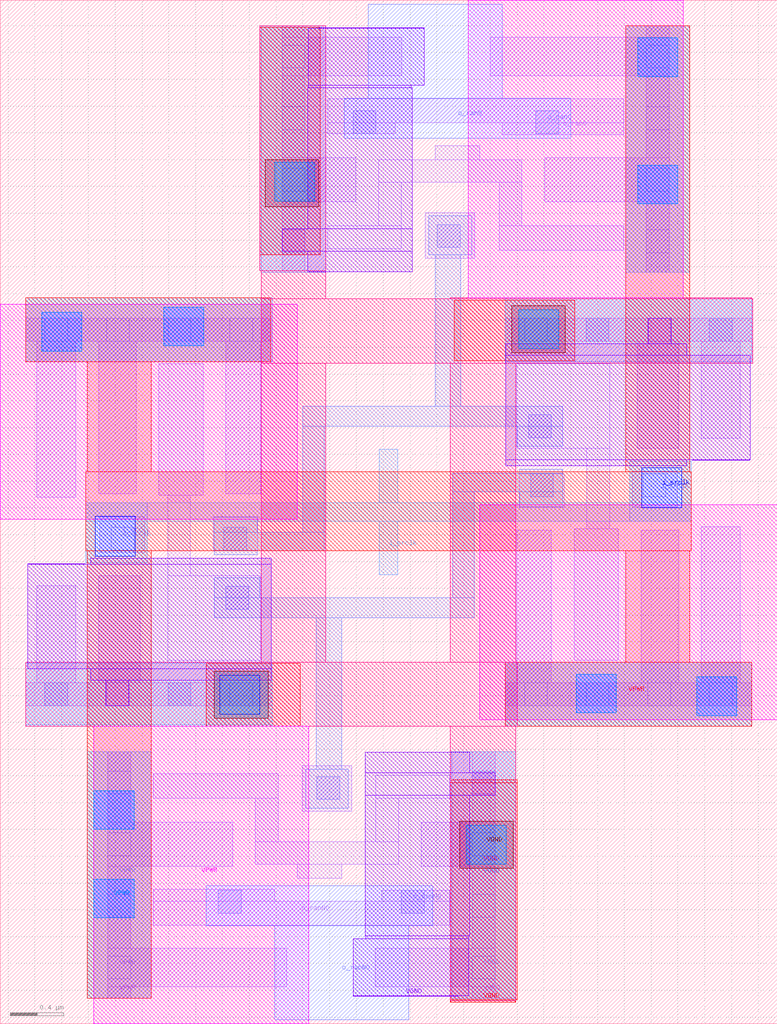
<source format=lef>
VERSION 5.7 ;
  NOWIREEXTENSIONATPIN ON ;
  DIVIDERCHAR "/" ;
  BUSBITCHARS "[]" ;
MACRO meta_srlatch_singleready_flat
  CLASS BLOCK ;
  FOREIGN meta_srlatch_singleready_flat ;
  ORIGIN 1.860 0.250 ;
  SIZE 5.800 BY 7.640 ;
  SITE unithd ;
  PIN i_srclk
    DIRECTION INPUT ;
    USE SIGNAL ;
    ANTENNAGATEAREA 0.495000 ;
    PORT
      LAYER li1 ;
        RECT 2.860 3.605 3.195 3.875 ;
        RECT -1.115 3.265 -0.780 3.535 ;
      LAYER mcon ;
        RECT 2.940 3.685 3.110 3.855 ;
        RECT -1.030 3.285 -0.860 3.455 ;
      LAYER met1 ;
        RECT -1.220 3.190 -0.760 3.640 ;
        RECT 2.840 3.500 3.300 3.950 ;
      LAYER via ;
        RECT -1.150 3.240 -0.850 3.540 ;
        RECT 2.930 3.600 3.230 3.900 ;
      LAYER met2 ;
        RECT 0.970 3.640 1.110 4.040 ;
        RECT 2.840 3.640 3.300 3.950 ;
        RECT -1.220 3.500 3.300 3.640 ;
        RECT -1.220 3.190 -0.760 3.500 ;
        RECT 0.970 3.100 1.110 3.500 ;
    END
  END i_srclk
  PIN o_ranQ
    DIRECTION OUTPUT ;
    USE SIGNAL ;
    ANTENNADIFFAREA 0.340600 ;
    PORT
      LAYER li1 ;
        RECT 0.585 6.475 2.795 6.655 ;
        RECT 0.585 6.395 1.090 6.475 ;
        RECT 1.890 6.385 2.795 6.475 ;
      LAYER mcon ;
        RECT 0.775 6.395 0.945 6.565 ;
        RECT 2.140 6.395 2.310 6.565 ;
      LAYER met1 ;
        RECT 0.890 6.660 1.890 7.360 ;
        RECT 0.710 6.360 2.400 6.660 ;
    END
  END o_ranQ
  PIN o_ranNQ
    DIRECTION OUTPUT ;
    USE SIGNAL ;
    ANTENNADIFFAREA 0.340600 ;
    PORT
      LAYER li1 ;
        RECT -0.715 0.665 0.190 0.755 ;
        RECT 0.990 0.665 1.495 0.745 ;
        RECT -0.715 0.485 1.495 0.665 ;
      LAYER mcon ;
        RECT -0.230 0.575 -0.060 0.745 ;
        RECT 1.135 0.575 1.305 0.745 ;
      LAYER met1 ;
        RECT -0.320 0.480 1.370 0.780 ;
        RECT 0.190 -0.220 1.190 0.480 ;
    END
  END o_ranNQ
  PIN VPWR
    DIRECTION INOUT ;
    USE POWER ;
    PORT
      LAYER nwell ;
        RECT 1.635 5.170 3.240 7.390 ;
        RECT -1.860 3.515 0.360 5.120 ;
        RECT 1.720 2.020 3.940 3.625 ;
        RECT -1.160 -0.250 0.445 1.970 ;
      LAYER li1 ;
        RECT 2.965 7.115 3.135 7.200 ;
        RECT 1.800 6.825 3.135 7.115 ;
        RECT 2.965 6.215 3.135 6.825 ;
        RECT 2.205 5.885 3.135 6.215 ;
        RECT 2.965 5.360 3.135 5.885 ;
        RECT -1.670 4.845 0.170 5.015 ;
        RECT -1.585 3.680 -1.295 4.845 ;
        RECT -1.125 3.705 -0.845 4.845 ;
        RECT -0.175 3.705 0.085 4.845 ;
        RECT 1.995 2.295 2.255 3.435 ;
        RECT 2.925 2.295 3.205 3.435 ;
        RECT 3.375 2.295 3.665 3.460 ;
        RECT 1.910 2.125 3.750 2.295 ;
        RECT -1.055 1.255 -0.885 1.780 ;
        RECT -1.055 0.925 -0.125 1.255 ;
        RECT -1.055 0.315 -0.885 0.925 ;
        RECT -1.055 0.025 0.280 0.315 ;
        RECT -1.055 -0.060 -0.885 0.025 ;
      LAYER mcon ;
        RECT 2.965 6.885 3.135 7.055 ;
        RECT 2.965 6.425 3.135 6.595 ;
        RECT 2.965 5.965 3.135 6.135 ;
        RECT 2.965 5.505 3.135 5.675 ;
        RECT -1.525 4.845 -1.355 5.015 ;
        RECT -1.065 4.845 -0.895 5.015 ;
        RECT -0.605 4.845 -0.435 5.015 ;
        RECT -0.145 4.845 0.025 5.015 ;
        RECT 2.055 2.125 2.225 2.295 ;
        RECT 2.515 2.125 2.685 2.295 ;
        RECT 2.975 2.125 3.145 2.295 ;
        RECT 3.435 2.125 3.605 2.295 ;
        RECT -1.055 1.465 -0.885 1.635 ;
        RECT -1.055 1.005 -0.885 1.175 ;
        RECT -1.055 0.545 -0.885 0.715 ;
        RECT -1.055 0.085 -0.885 0.255 ;
      LAYER met1 ;
        RECT 2.810 5.360 3.290 7.200 ;
        RECT -1.670 4.690 0.170 5.170 ;
        RECT 1.910 1.970 3.750 2.450 ;
        RECT -1.210 -0.060 -0.730 1.780 ;
      LAYER via ;
        RECT 2.900 6.820 3.200 7.110 ;
        RECT 2.900 5.870 3.200 6.160 ;
        RECT -1.550 4.770 -1.250 5.060 ;
        RECT -0.640 4.810 -0.340 5.100 ;
        RECT 2.440 2.070 2.740 2.360 ;
        RECT 3.340 2.050 3.640 2.340 ;
        RECT -1.160 1.200 -0.860 1.490 ;
        RECT -1.160 0.540 -0.860 0.830 ;
      LAYER met2 ;
        RECT 2.810 5.360 3.290 7.200 ;
        RECT -1.670 4.690 0.160 5.170 ;
        RECT 1.910 1.970 3.750 2.450 ;
        RECT -1.210 -0.060 -0.730 1.780 ;
      LAYER via2 ;
        RECT 2.900 6.820 3.200 7.110 ;
        RECT 2.900 5.870 3.200 6.160 ;
        RECT -1.550 4.770 -1.250 5.060 ;
        RECT -0.640 4.810 -0.340 5.100 ;
        RECT 2.440 2.070 2.740 2.360 ;
        RECT 3.340 2.050 3.640 2.340 ;
        RECT -1.160 1.200 -0.860 1.490 ;
        RECT -1.160 0.540 -0.860 0.830 ;
      LAYER met3 ;
        RECT -1.670 4.690 0.160 5.170 ;
        RECT -1.210 3.870 -0.730 4.690 ;
        RECT 2.810 3.870 3.290 7.200 ;
        RECT -1.220 3.280 3.300 3.870 ;
        RECT -1.210 -0.060 -0.730 3.280 ;
        RECT 2.810 2.450 3.290 3.280 ;
        RECT 1.910 1.970 3.750 2.450 ;
    END
  END VPWR
  PIN VGND
    DIRECTION INOUT ;
    USE GROUND ;
    PORT
      LAYER pwell ;
        RECT 0.520 7.180 1.305 7.185 ;
        RECT 0.440 6.755 1.305 7.180 ;
        RECT 0.440 6.735 1.210 6.755 ;
        RECT 0.435 5.685 1.215 6.735 ;
        RECT 0.245 5.515 1.215 5.685 ;
        RECT 0.435 5.365 1.215 5.515 ;
        RECT 2.980 4.825 3.150 5.015 ;
        RECT 1.915 4.740 3.265 4.825 ;
        RECT 1.915 3.960 3.740 4.740 ;
        RECT 1.915 3.915 3.265 3.960 ;
        RECT 3.305 3.955 3.735 3.960 ;
        RECT -1.655 3.180 -1.225 3.185 ;
        RECT -1.185 3.180 0.165 3.225 ;
        RECT -1.655 2.400 0.165 3.180 ;
        RECT -1.185 2.315 0.165 2.400 ;
        RECT -1.070 2.125 -0.900 2.315 ;
        RECT 0.865 1.625 1.645 1.775 ;
        RECT 0.865 1.455 1.835 1.625 ;
        RECT 0.865 0.405 1.645 1.455 ;
        RECT 0.870 0.385 1.640 0.405 ;
        RECT 0.775 -0.040 1.640 0.385 ;
        RECT 0.775 -0.045 1.560 -0.040 ;
      LAYER li1 ;
        RECT 0.245 7.115 0.415 7.200 ;
        RECT 0.245 6.825 1.140 7.115 ;
        RECT 0.245 6.215 0.415 6.825 ;
        RECT 0.245 5.885 0.795 6.215 ;
        RECT 0.245 5.360 0.415 5.885 ;
        RECT 1.910 4.845 3.750 5.015 ;
        RECT 2.895 4.045 3.205 4.845 ;
        RECT 3.375 4.120 3.665 4.845 ;
        RECT -1.585 2.295 -1.295 3.020 ;
        RECT -1.125 2.295 -0.815 3.095 ;
        RECT -1.670 2.125 0.170 2.295 ;
        RECT 1.665 1.255 1.835 1.780 ;
        RECT 1.285 0.925 1.835 1.255 ;
        RECT 1.665 0.315 1.835 0.925 ;
        RECT 0.940 0.025 1.835 0.315 ;
        RECT 1.665 -0.060 1.835 0.025 ;
      LAYER mcon ;
        RECT 0.245 6.885 0.415 7.055 ;
        RECT 0.245 6.425 0.415 6.595 ;
        RECT 0.245 5.965 0.415 6.135 ;
        RECT 0.245 5.505 0.415 5.675 ;
        RECT 2.055 4.845 2.225 5.015 ;
        RECT 2.515 4.845 2.685 5.015 ;
        RECT 2.975 4.845 3.145 5.015 ;
        RECT 3.435 4.845 3.605 5.015 ;
        RECT -1.525 2.125 -1.355 2.295 ;
        RECT -1.065 2.125 -0.895 2.295 ;
        RECT -0.605 2.125 -0.435 2.295 ;
        RECT -0.145 2.125 0.025 2.295 ;
        RECT 1.665 1.465 1.835 1.635 ;
        RECT 1.665 1.005 1.835 1.175 ;
        RECT 1.665 0.545 1.835 0.715 ;
        RECT 1.665 0.085 1.835 0.255 ;
      LAYER met1 ;
        RECT 0.090 5.360 0.570 7.200 ;
        RECT 1.910 4.690 3.750 5.170 ;
        RECT -1.670 1.970 0.170 2.450 ;
        RECT 1.510 -0.060 1.990 1.780 ;
      LAYER via ;
        RECT 0.190 5.890 0.490 6.180 ;
        RECT 2.010 4.790 2.310 5.080 ;
        RECT -0.220 2.060 0.080 2.350 ;
        RECT 1.620 0.940 1.920 1.230 ;
      LAYER met2 ;
        RECT 0.080 5.370 0.570 7.200 ;
        RECT 1.910 4.680 3.760 5.160 ;
        RECT -1.670 1.980 0.170 2.440 ;
        RECT 1.500 -0.080 1.990 1.780 ;
      LAYER via2 ;
        RECT 0.190 5.890 0.490 6.180 ;
        RECT 2.010 4.790 2.310 5.080 ;
        RECT -0.260 2.030 0.140 2.380 ;
        RECT 1.620 0.940 1.920 1.230 ;
      LAYER met3 ;
        RECT 0.080 5.490 0.530 7.190 ;
        RECT 1.530 4.700 2.430 5.150 ;
        RECT -0.320 1.970 0.380 2.440 ;
        RECT 1.510 1.550 2.000 1.570 ;
        RECT 1.500 -0.070 2.000 1.550 ;
        RECT 1.500 -0.090 1.990 -0.070 ;
      LAYER via3 ;
        RECT 0.120 5.850 0.520 6.200 ;
        RECT 1.960 4.760 2.360 5.110 ;
        RECT -0.260 2.030 0.140 2.380 ;
        RECT 1.570 0.910 1.970 1.260 ;
      LAYER met4 ;
        RECT 0.080 5.370 0.570 7.200 ;
        RECT 0.090 5.160 0.570 5.370 ;
        RECT 1.500 5.160 3.750 5.170 ;
        RECT 0.090 4.680 3.760 5.160 ;
        RECT 0.090 2.450 0.570 4.680 ;
        RECT 1.500 2.450 1.990 4.680 ;
        RECT -1.670 1.970 2.000 2.450 ;
        RECT 1.500 -0.080 1.990 1.970 ;
    END
  END VGND
  OBS
      LAYER li1 ;
        RECT 1.390 6.200 1.720 6.305 ;
        RECT 0.965 6.030 2.035 6.200 ;
        RECT 0.965 5.705 1.135 6.030 ;
        RECT 0.585 5.535 1.135 5.705 ;
        RECT 1.315 5.465 1.685 5.805 ;
        RECT 1.865 5.705 2.035 6.030 ;
        RECT 1.865 5.525 2.795 5.705 ;
        RECT -0.675 3.695 -0.345 4.675 ;
        RECT 1.995 4.045 2.690 4.675 ;
        RECT -0.610 3.095 -0.440 3.695 ;
        RECT 2.015 3.605 2.350 3.855 ;
        RECT -0.270 3.285 0.065 3.535 ;
        RECT 2.520 3.445 2.690 4.045 ;
        RECT -0.610 2.465 0.085 3.095 ;
        RECT 2.425 2.465 2.755 3.445 ;
        RECT -0.715 1.435 0.215 1.615 ;
        RECT 0.045 1.110 0.215 1.435 ;
        RECT 0.395 1.335 0.765 1.675 ;
        RECT 0.945 1.435 1.495 1.605 ;
        RECT 0.945 1.110 1.115 1.435 ;
        RECT 0.045 0.940 1.115 1.110 ;
        RECT 0.360 0.835 0.690 0.940 ;
      LAYER mcon ;
        RECT 1.405 5.545 1.575 5.715 ;
        RECT 2.085 4.125 2.255 4.295 ;
        RECT 2.100 3.685 2.270 3.855 ;
        RECT -0.190 3.285 -0.020 3.455 ;
        RECT -0.175 2.845 -0.005 3.015 ;
        RECT 0.505 1.425 0.675 1.595 ;
      LAYER met1 ;
        RECT 1.340 5.490 1.660 5.780 ;
        RECT 1.390 4.360 1.580 5.490 ;
        RECT 0.400 4.210 2.340 4.360 ;
        RECT -0.260 3.420 0.060 3.530 ;
        RECT 0.400 3.420 0.560 4.210 ;
        RECT 2.000 4.060 2.340 4.210 ;
        RECT 2.020 3.860 2.340 3.890 ;
        RECT -0.260 3.280 0.560 3.420 ;
        RECT 1.520 3.720 2.340 3.860 ;
        RECT -0.260 3.250 0.060 3.280 ;
        RECT -0.260 2.930 0.080 3.080 ;
        RECT 1.520 2.930 1.680 3.720 ;
        RECT 2.020 3.610 2.340 3.720 ;
        RECT -0.260 2.780 1.680 2.930 ;
        RECT 0.500 1.650 0.690 2.780 ;
        RECT 0.420 1.360 0.740 1.650 ;
  END
END meta_srlatch_singleready_flat
END LIBRARY


</source>
